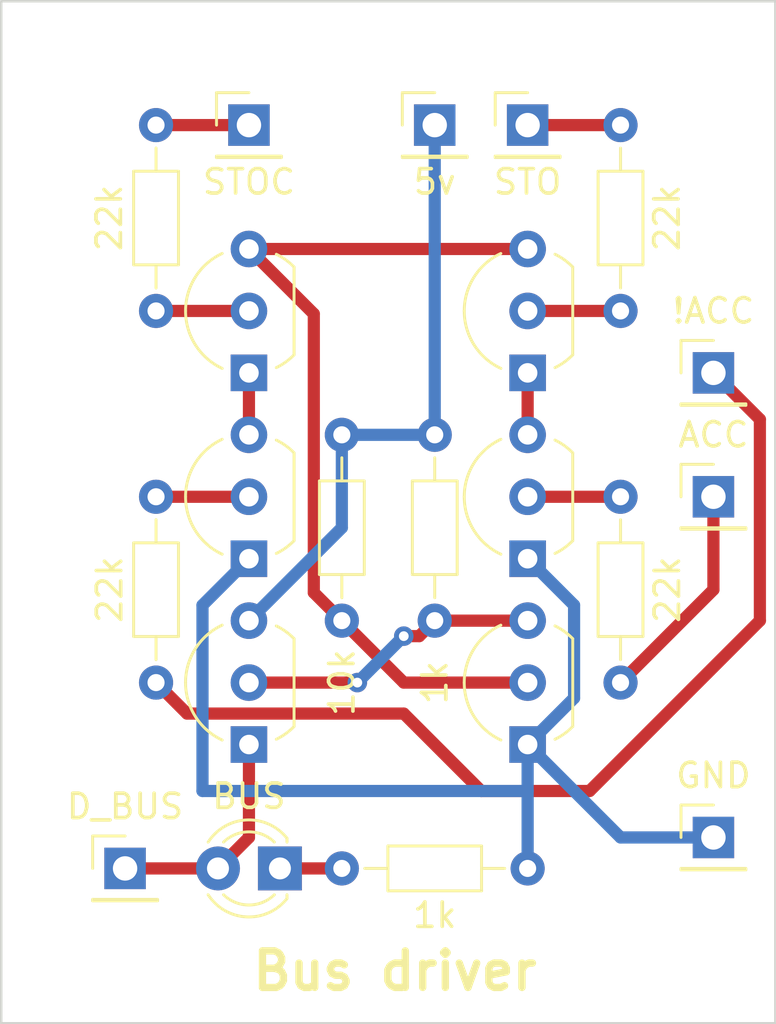
<source format=kicad_pcb>
(kicad_pcb (version 20221018) (generator pcbnew)
  (layers (0 "F.Cu" signal) (31 "B.Cu" signal) (34 "B.Paste" user) (35 "F.Paste" user) (36 "B.SilkS" user "B.Silkscreen") (37 "F.SilkS" user "F.Silkscreen") (38 "B.Mask" user) (39 "F.Mask" user) (44 "Edge.Cuts" user))
  (net 0 "")
  (net 1 "Net-(D1-K)")
  (net 2 "/BUS")
  (net 3 "Net-(J2-Pin_1)")
  (net 4 "Net-(J3-Pin_1)")
  (net 5 "Net-(J4-Pin_1)")
  (net 6 "Net-(J5-Pin_1)")
  (net 7 "/PULL UP")
  (net 8 "+5V")
  (net 9 "GND")
  (net 10 "/PULL_UP_BAR")
  (net 11 "Net-(Q3-B)")
  (net 12 "Net-(Q3-C)")
  (net 13 "Net-(Q4-B)")
  (net 14 "Net-(Q5-E)")
  (net 15 "Net-(Q5-B)")
  (net 16 "Net-(Q6-B)")
  (footprint "Connector_PinHeader_2.54mm:PinHeader_1x01_P2.54mm_Vertical" (layer "F.Cu") (at 162.56 110.49)
    (fp_text reference "J2")
    (fp_text value "ACC" (at 0 -2.54) (layer "F.SilkS"))
    (fp_line (start -1.33 -1.33) (end 0 -1.33) (stroke (width 0.12)) (layer "F.SilkS"))
    (fp_line (start -1.33 0) (end -1.33 -1.33) (stroke (width 0.12)) (layer "F.SilkS"))
    (fp_line (start -1.33 1.27) (end -1.33 1.33) (stroke (width 0.12)) (layer "F.SilkS"))
    (fp_line (start -1.33 1.27) (end 1.33 1.27) (stroke (width 0.12)) (layer "F.SilkS"))
    (fp_line (start -1.33 1.33) (end 1.33 1.33) (stroke (width 0.12)) (layer "F.SilkS"))
    (fp_line (start 1.33 1.27) (end 1.33 1.33) (stroke (width 0.12)) (layer "F.SilkS"))
    (pad "1" thru_hole rect (at 0 0) (size 1.7 1.7) (drill 1) (layers "*.Cu" "*.Mask") (net 3 "Net-(J2-Pin_1)"))
  )
  (footprint "Connector_PinHeader_2.54mm:PinHeader_1x01_P2.54mm_Vertical" (layer "F.Cu") (at 162.56 124.46)
    (fp_text reference "J7")
    (fp_text value "GND" (at 0 -2.54) (layer "F.SilkS"))
    (fp_line (start -1.33 -1.33) (end 0 -1.33) (stroke (width 0.12)) (layer "F.SilkS"))
    (fp_line (start -1.33 0) (end -1.33 -1.33) (stroke (width 0.12)) (layer "F.SilkS"))
    (fp_line (start -1.33 1.27) (end -1.33 1.33) (stroke (width 0.12)) (layer "F.SilkS"))
    (fp_line (start -1.33 1.27) (end 1.33 1.27) (stroke (width 0.12)) (layer "F.SilkS"))
    (fp_line (start -1.33 1.33) (end 1.33 1.33) (stroke (width 0.12)) (layer "F.SilkS"))
    (fp_line (start 1.33 1.27) (end 1.33 1.33) (stroke (width 0.12)) (layer "F.SilkS"))
    (pad "1" thru_hole rect (at 0 0) (size 1.7 1.7) (drill 1) (layers "*.Cu" "*.Mask") (net 9 "GND"))
  )
  (footprint "Resistor_THT:R_Axial_DIN0204_L3.6mm_D1.6mm_P7.62mm_Horizontal" (layer "F.Cu") (at 158.75 95.25 -90)
    (fp_text reference "R4")
    (fp_text value "22k" (at 3.81 -1.905 90) (layer "F.SilkS"))
    (fp_line (start 0.94 0) (end 1.89 0) (stroke (width 0.12)) (layer "F.SilkS"))
    (fp_line (start 1.89 -0.92) (end 1.89 0.92) (stroke (width 0.12)) (layer "F.SilkS"))
    (fp_line (start 1.89 0.92) (end 5.73 0.92) (stroke (width 0.12)) (layer "F.SilkS"))
    (fp_line (start 5.73 -0.92) (end 1.89 -0.92) (stroke (width 0.12)) (layer "F.SilkS"))
    (fp_line (start 5.73 0.92) (end 5.73 -0.92) (stroke (width 0.12)) (layer "F.SilkS"))
    (fp_line (start 6.68 0) (end 5.73 0) (stroke (width 0.12)) (layer "F.SilkS"))
    (pad "1" thru_hole circle (at 0 0 270) (size 1.4 1.4) (drill 0.7) (layers "*.Cu" "*.Mask") (net 4 "Net-(J3-Pin_1)"))
    (pad "2" thru_hole oval (at 7.62 0 270) (size 1.4 1.4) (drill 0.7) (layers "*.Cu" "*.Mask") (net 13 "Net-(Q4-B)"))
  )
  (footprint "Resistor_THT:R_Axial_DIN0204_L3.6mm_D1.6mm_P7.62mm_Horizontal" (layer "F.Cu") (at 151.13 107.95 -90)
    (fp_text reference "R2")
    (fp_text value "1k" (at 10.16 0 90) (layer "F.SilkS"))
    (fp_line (start 0.94 0) (end 1.89 0) (stroke (width 0.12)) (layer "F.SilkS"))
    (fp_line (start 1.89 -0.92) (end 1.89 0.92) (stroke (width 0.12)) (layer "F.SilkS"))
    (fp_line (start 1.89 0.92) (end 5.73 0.92) (stroke (width 0.12)) (layer "F.SilkS"))
    (fp_line (start 5.73 -0.92) (end 1.89 -0.92) (stroke (width 0.12)) (layer "F.SilkS"))
    (fp_line (start 5.73 0.92) (end 5.73 -0.92) (stroke (width 0.12)) (layer "F.SilkS"))
    (fp_line (start 6.68 0) (end 5.73 0) (stroke (width 0.12)) (layer "F.SilkS"))
    (pad "1" thru_hole circle (at 0 0 270) (size 1.4 1.4) (drill 0.7) (layers "*.Cu" "*.Mask") (net 8 "+5V"))
    (pad "2" thru_hole oval (at 7.62 0 270) (size 1.4 1.4) (drill 0.7) (layers "*.Cu" "*.Mask") (net 7 "/PULL UP"))
  )
  (footprint "Connector_PinHeader_2.54mm:PinHeader_1x01_P2.54mm_Vertical" (layer "F.Cu") (at 138.43 125.73)
    (fp_text reference "J1")
    (fp_text value "D_BUS" (at 0 -2.54) (layer "F.SilkS"))
    (fp_line (start -1.33 -1.33) (end 0 -1.33) (stroke (width 0.12)) (layer "F.SilkS"))
    (fp_line (start -1.33 0) (end -1.33 -1.33) (stroke (width 0.12)) (layer "F.SilkS"))
    (fp_line (start -1.33 1.27) (end -1.33 1.33) (stroke (width 0.12)) (layer "F.SilkS"))
    (fp_line (start -1.33 1.27) (end 1.33 1.27) (stroke (width 0.12)) (layer "F.SilkS"))
    (fp_line (start -1.33 1.33) (end 1.33 1.33) (stroke (width 0.12)) (layer "F.SilkS"))
    (fp_line (start 1.33 1.27) (end 1.33 1.33) (stroke (width 0.12)) (layer "F.SilkS"))
    (pad "1" thru_hole rect (at 0 0) (size 1.7 1.7) (drill 1) (layers "*.Cu" "*.Mask") (net 2 "/BUS"))
  )
  (footprint "Package_TO_SOT_THT:TO-92_Inline_Wide" (layer "F.Cu") (at 143.51 105.41 90)
    (fp_text reference "Q5")
    (fp_text value "2N3904")
    (fp_line (start 0.74 1.85) (end 4.34 1.85) (stroke (width 0.12)) (layer "F.SilkS"))
    (fp_arc (start 0.1836 -1.098807) (mid 1.143021 -2.192817) (end 2.54 -2.6) (stroke (width 0.12)) (layer "F.SilkS"))
    (fp_arc (start 0.74 1.85) (mid 0.446097 1.509328) (end 0.215816 1.122795) (stroke (width 0.12)) (layer "F.SilkS"))
    (fp_arc (start 2.54 -2.6) (mid 3.936979 -2.192818) (end 4.8964 -1.098807) (stroke (width 0.12)) (layer "F.SilkS"))
    (fp_arc (start 4.864184 1.122795) (mid 4.633903 1.509328) (end 4.34 1.85) (stroke (width 0.12)) (layer "F.SilkS"))
    (pad "1" thru_hole rect (at 0 0 90) (size 1.5 1.5) (drill 0.8) (layers "*.Cu" "*.Mask") (net 14 "Net-(Q5-E)"))
    (pad "2" thru_hole circle (at 2.54 0 90) (size 1.5 1.5) (drill 0.8) (layers "*.Cu" "*.Mask") (net 15 "Net-(Q5-B)"))
    (pad "3" thru_hole circle (at 5.08 0 90) (size 1.5 1.5) (drill 0.8) (layers "*.Cu" "*.Mask") (net 10 "/PULL_UP_BAR"))
  )
  (footprint "LED_THT:LED_D3.0mm" (layer "F.Cu") (at 144.78 125.73 180)
    (fp_text reference "D1")
    (fp_text value "BUS" (at 1.27 2.96) (layer "F.SilkS"))
    (fp_line (start -0.29 -1.236) (end -0.29 -1.08) (stroke (width 0.12)) (layer "F.SilkS"))
    (fp_line (start -0.29 1.08) (end -0.29 1.236) (stroke (width 0.12)) (layer "F.SilkS"))
    (fp_arc (start -0.29 -1.235516) (mid 1.366487 -1.987659) (end 2.942335 -1.078608) (stroke (width 0.12)) (layer "F.SilkS"))
    (fp_arc (start 0.229039 -1.08) (mid 1.270117 -1.5) (end 2.31113 -1.079837) (stroke (width 0.12)) (layer "F.SilkS"))
    (fp_arc (start 2.31113 1.079837) (mid 1.270117 1.5) (end 0.229039 1.08) (stroke (width 0.12)) (layer "F.SilkS"))
    (fp_arc (start 2.942335 1.078608) (mid 1.366487 1.987659) (end -0.29 1.235516) (stroke (width 0.12)) (layer "F.SilkS"))
    (pad "1" thru_hole rect (at 0 0 180) (size 1.8 1.8) (drill 0.9) (layers "*.Cu" "*.Mask") (net 1 "Net-(D1-K)"))
    (pad "2" thru_hole circle (at 2.54 0 180) (size 1.8 1.8) (drill 0.9) (layers "*.Cu" "*.Mask") (net 2 "/BUS"))
  )
  (footprint "Connector_PinHeader_2.54mm:PinHeader_1x01_P2.54mm_Vertical" (layer "F.Cu") (at 143.51 95.25)
    (fp_text reference "J4")
    (fp_text value "STOC" (at 0 2.33) (layer "F.SilkS"))
    (fp_line (start -1.33 -1.33) (end 0 -1.33) (stroke (width 0.12)) (layer "F.SilkS"))
    (fp_line (start -1.33 0) (end -1.33 -1.33) (stroke (width 0.12)) (layer "F.SilkS"))
    (fp_line (start -1.33 1.27) (end -1.33 1.33) (stroke (width 0.12)) (layer "F.SilkS"))
    (fp_line (start -1.33 1.27) (end 1.33 1.27) (stroke (width 0.12)) (layer "F.SilkS"))
    (fp_line (start -1.33 1.33) (end 1.33 1.33) (stroke (width 0.12)) (layer "F.SilkS"))
    (fp_line (start 1.33 1.27) (end 1.33 1.33) (stroke (width 0.12)) (layer "F.SilkS"))
    (pad "1" thru_hole rect (at 0 0) (size 1.7 1.7) (drill 1) (layers "*.Cu" "*.Mask") (net 5 "Net-(J4-Pin_1)"))
  )
  (footprint "Package_TO_SOT_THT:TO-92_Inline_Wide" (layer "F.Cu") (at 143.51 120.65 90)
    (fp_text reference "Q1")
    (fp_text value "2N3904")
    (fp_line (start 0.74 1.85) (end 4.34 1.85) (stroke (width 0.12)) (layer "F.SilkS"))
    (fp_arc (start 0.1836 -1.098807) (mid 1.143021 -2.192817) (end 2.54 -2.6) (stroke (width 0.12)) (layer "F.SilkS"))
    (fp_arc (start 0.74 1.85) (mid 0.446097 1.509328) (end 0.215816 1.122795) (stroke (width 0.12)) (layer "F.SilkS"))
    (fp_arc (start 2.54 -2.6) (mid 3.936979 -2.192818) (end 4.8964 -1.098807) (stroke (width 0.12)) (layer "F.SilkS"))
    (fp_arc (start 4.864184 1.122795) (mid 4.633903 1.509328) (end 4.34 1.85) (stroke (width 0.12)) (layer "F.SilkS"))
    (pad "1" thru_hole rect (at 0 0 90) (size 1.5 1.5) (drill 0.8) (layers "*.Cu" "*.Mask") (net 2 "/BUS"))
    (pad "2" thru_hole circle (at 2.54 0 90) (size 1.5 1.5) (drill 0.8) (layers "*.Cu" "*.Mask") (net 7 "/PULL UP"))
    (pad "3" thru_hole circle (at 5.08 0 90) (size 1.5 1.5) (drill 0.8) (layers "*.Cu" "*.Mask") (net 8 "+5V"))
  )
  (footprint "MountingHole:MountingHole_2.1mm" (layer "F.Cu") (at 135.89 92.71)
    (fp_text reference "REF**" hide)
    (fp_text value "MountingHole_2.1mm" hide)
    (pad "" np_thru_hole circle (at 0 0) (size 2.1 2.1) (drill 2.1) (layers "F&B.Cu" "*.Mask"))
  )
  (footprint "Resistor_THT:R_Axial_DIN0204_L3.6mm_D1.6mm_P7.62mm_Horizontal" (layer "F.Cu") (at 147.32 107.95 -90)
    (fp_text reference "R3")
    (fp_text value "10k" (at 10.16 0 90) (layer "F.SilkS"))
    (fp_line (start 0.94 0) (end 1.89 0) (stroke (width 0.12)) (layer "F.SilkS"))
    (fp_line (start 1.89 -0.92) (end 1.89 0.92) (stroke (width 0.12)) (layer "F.SilkS"))
    (fp_line (start 1.89 0.92) (end 5.73 0.92) (stroke (width 0.12)) (layer "F.SilkS"))
    (fp_line (start 5.73 -0.92) (end 1.89 -0.92) (stroke (width 0.12)) (layer "F.SilkS"))
    (fp_line (start 5.73 0.92) (end 5.73 -0.92) (stroke (width 0.12)) (layer "F.SilkS"))
    (fp_line (start 6.68 0) (end 5.73 0) (stroke (width 0.12)) (layer "F.SilkS"))
    (pad "1" thru_hole circle (at 0 0 270) (size 1.4 1.4) (drill 0.7) (layers "*.Cu" "*.Mask") (net 8 "+5V"))
    (pad "2" thru_hole oval (at 7.62 0 270) (size 1.4 1.4) (drill 0.7) (layers "*.Cu" "*.Mask") (net 10 "/PULL_UP_BAR"))
  )
  (footprint "Resistor_THT:R_Axial_DIN0204_L3.6mm_D1.6mm_P7.62mm_Horizontal" (layer "F.Cu") (at 139.7 95.25 -90)
    (fp_text reference "R6")
    (fp_text value "22k" (at 3.81 1.92 90) (layer "F.SilkS"))
    (fp_line (start 0.94 0) (end 1.89 0) (stroke (width 0.12)) (layer "F.SilkS"))
    (fp_line (start 1.89 -0.92) (end 1.89 0.92) (stroke (width 0.12)) (layer "F.SilkS"))
    (fp_line (start 1.89 0.92) (end 5.73 0.92) (stroke (width 0.12)) (layer "F.SilkS"))
    (fp_line (start 5.73 -0.92) (end 1.89 -0.92) (stroke (width 0.12)) (layer "F.SilkS"))
    (fp_line (start 5.73 0.92) (end 5.73 -0.92) (stroke (width 0.12)) (layer "F.SilkS"))
    (fp_line (start 6.68 0) (end 5.73 0) (stroke (width 0.12)) (layer "F.SilkS"))
    (pad "1" thru_hole circle (at 0 0 270) (size 1.4 1.4) (drill 0.7) (layers "*.Cu" "*.Mask") (net 5 "Net-(J4-Pin_1)"))
    (pad "2" thru_hole oval (at 7.62 0 270) (size 1.4 1.4) (drill 0.7) (layers "*.Cu" "*.Mask") (net 15 "Net-(Q5-B)"))
  )
  (footprint "MountingHole:MountingHole_2.1mm" (layer "F.Cu") (at 135.89 129.54)
    (fp_text reference "REF**" hide)
    (fp_text value "MountingHole_2.1mm" hide)
    (pad "" np_thru_hole circle (at 0 0) (size 2.1 2.1) (drill 2.1) (layers "F&B.Cu" "*.Mask"))
  )
  (footprint "Resistor_THT:R_Axial_DIN0204_L3.6mm_D1.6mm_P7.62mm_Horizontal" (layer "F.Cu") (at 139.7 118.11 90)
    (fp_text reference "R7")
    (fp_text value "22k" (at 3.81 -1.905 90) (layer "F.SilkS"))
    (fp_line (start 0.94 0) (end 1.89 0) (stroke (width 0.12)) (layer "F.SilkS"))
    (fp_line (start 1.89 -0.92) (end 1.89 0.92) (stroke (width 0.12)) (layer "F.SilkS"))
    (fp_line (start 1.89 0.92) (end 5.73 0.92) (stroke (width 0.12)) (layer "F.SilkS"))
    (fp_line (start 5.73 -0.92) (end 1.89 -0.92) (stroke (width 0.12)) (layer "F.SilkS"))
    (fp_line (start 5.73 0.92) (end 5.73 -0.92) (stroke (width 0.12)) (layer "F.SilkS"))
    (fp_line (start 6.68 0) (end 5.73 0) (stroke (width 0.12)) (layer "F.SilkS"))
    (pad "1" thru_hole circle (at 0 0 90) (size 1.4 1.4) (drill 0.7) (layers "*.Cu" "*.Mask") (net 6 "Net-(J5-Pin_1)"))
    (pad "2" thru_hole oval (at 7.62 0 90) (size 1.4 1.4) (drill 0.7) (layers "*.Cu" "*.Mask") (net 16 "Net-(Q6-B)"))
  )
  (footprint "Connector_PinHeader_2.54mm:PinHeader_1x01_P2.54mm_Vertical" (layer "F.Cu") (at 154.94 95.25)
    (fp_text reference "J3")
    (fp_text value "STO" (at 0 2.33) (layer "F.SilkS"))
    (fp_line (start -1.33 -1.33) (end 0 -1.33) (stroke (width 0.12)) (layer "F.SilkS"))
    (fp_line (start -1.33 0) (end -1.33 -1.33) (stroke (width 0.12)) (layer "F.SilkS"))
    (fp_line (start -1.33 1.27) (end -1.33 1.33) (stroke (width 0.12)) (layer "F.SilkS"))
    (fp_line (start -1.33 1.27) (end 1.33 1.27) (stroke (width 0.12)) (layer "F.SilkS"))
    (fp_line (start -1.33 1.33) (end 1.33 1.33) (stroke (width 0.12)) (layer "F.SilkS"))
    (fp_line (start 1.33 1.27) (end 1.33 1.33) (stroke (width 0.12)) (layer "F.SilkS"))
    (pad "1" thru_hole rect (at 0 0) (size 1.7 1.7) (drill 1) (layers "*.Cu" "*.Mask") (net 4 "Net-(J3-Pin_1)"))
  )
  (footprint "Resistor_THT:R_Axial_DIN0204_L3.6mm_D1.6mm_P7.62mm_Horizontal" (layer "F.Cu") (at 158.75 118.11 90)
    (fp_text reference "R5")
    (fp_text value "22k" (at 3.81 1.92 90) (layer "F.SilkS"))
    (fp_line (start 0.94 0) (end 1.89 0) (stroke (width 0.12)) (layer "F.SilkS"))
    (fp_line (start 1.89 -0.92) (end 1.89 0.92) (stroke (width 0.12)) (layer "F.SilkS"))
    (fp_line (start 1.89 0.92) (end 5.73 0.92) (stroke (width 0.12)) (layer "F.SilkS"))
    (fp_line (start 5.73 -0.92) (end 1.89 -0.92) (stroke (width 0.12)) (layer "F.SilkS"))
    (fp_line (start 5.73 0.92) (end 5.73 -0.92) (stroke (width 0.12)) (layer "F.SilkS"))
    (fp_line (start 6.68 0) (end 5.73 0) (stroke (width 0.12)) (layer "F.SilkS"))
    (pad "1" thru_hole circle (at 0 0 90) (size 1.4 1.4) (drill 0.7) (layers "*.Cu" "*.Mask") (net 3 "Net-(J2-Pin_1)"))
    (pad "2" thru_hole oval (at 7.62 0 90) (size 1.4 1.4) (drill 0.7) (layers "*.Cu" "*.Mask") (net 11 "Net-(Q3-B)"))
  )
  (footprint "Package_TO_SOT_THT:TO-92_Inline_Wide" (layer "F.Cu") (at 154.94 105.41 90)
    (fp_text reference "Q4")
    (fp_text value "2N3904")
    (fp_line (start 0.74 1.85) (end 4.34 1.85) (stroke (width 0.12)) (layer "F.SilkS"))
    (fp_arc (start 0.1836 -1.098807) (mid 1.143021 -2.192817) (end 2.54 -2.6) (stroke (width 0.12)) (layer "F.SilkS"))
    (fp_arc (start 0.74 1.85) (mid 0.446097 1.509328) (end 0.215816 1.122795) (stroke (width 0.12)) (layer "F.SilkS"))
    (fp_arc (start 2.54 -2.6) (mid 3.936979 -2.192818) (end 4.8964 -1.098807) (stroke (width 0.12)) (layer "F.SilkS"))
    (fp_arc (start 4.864184 1.122795) (mid 4.633903 1.509328) (end 4.34 1.85) (stroke (width 0.12)) (layer "F.SilkS"))
    (pad "1" thru_hole rect (at 0 0 90) (size 1.5 1.5) (drill 0.8) (layers "*.Cu" "*.Mask") (net 12 "Net-(Q3-C)"))
    (pad "2" thru_hole circle (at 2.54 0 90) (size 1.5 1.5) (drill 0.8) (layers "*.Cu" "*.Mask") (net 13 "Net-(Q4-B)"))
    (pad "3" thru_hole circle (at 5.08 0 90) (size 1.5 1.5) (drill 0.8) (layers "*.Cu" "*.Mask") (net 10 "/PULL_UP_BAR"))
  )
  (footprint "Resistor_THT:R_Axial_DIN0204_L3.6mm_D1.6mm_P7.62mm_Horizontal" (layer "F.Cu") (at 147.32 125.73)
    (fp_text reference "R1")
    (fp_text value "1k" (at 3.81 1.92) (layer "F.SilkS"))
    (fp_line (start 0.94 0) (end 1.89 0) (stroke (width 0.12)) (layer "F.SilkS"))
    (fp_line (start 1.89 -0.92) (end 1.89 0.92) (stroke (width 0.12)) (layer "F.SilkS"))
    (fp_line (start 1.89 0.92) (end 5.73 0.92) (stroke (width 0.12)) (layer "F.SilkS"))
    (fp_line (start 5.73 -0.92) (end 1.89 -0.92) (stroke (width 0.12)) (layer "F.SilkS"))
    (fp_line (start 5.73 0.92) (end 5.73 -0.92) (stroke (width 0.12)) (layer "F.SilkS"))
    (fp_line (start 6.68 0) (end 5.73 0) (stroke (width 0.12)) (layer "F.SilkS"))
    (pad "1" thru_hole circle (at 0 0) (size 1.4 1.4) (drill 0.7) (layers "*.Cu" "*.Mask") (net 1 "Net-(D1-K)"))
    (pad "2" thru_hole oval (at 7.62 0) (size 1.4 1.4) (drill 0.7) (layers "*.Cu" "*.Mask") (net 9 "GND"))
  )
  (footprint "Connector_PinHeader_2.54mm:PinHeader_1x01_P2.54mm_Vertical" (layer "F.Cu") (at 162.56 105.41)
    (fp_text reference "J5")
    (fp_text value "!ACC" (at 0 -2.54) (layer "F.SilkS"))
    (fp_line (start -1.33 -1.33) (end 0 -1.33) (stroke (width 0.12)) (layer "F.SilkS"))
    (fp_line (start -1.33 0) (end -1.33 -1.33) (stroke (width 0.12)) (layer "F.SilkS"))
    (fp_line (start -1.33 1.27) (end -1.33 1.33) (stroke (width 0.12)) (layer "F.SilkS"))
    (fp_line (start -1.33 1.27) (end 1.33 1.27) (stroke (width 0.12)) (layer "F.SilkS"))
    (fp_line (start -1.33 1.33) (end 1.33 1.33) (stroke (width 0.12)) (layer "F.SilkS"))
    (fp_line (start 1.33 1.27) (end 1.33 1.33) (stroke (width 0.12)) (layer "F.SilkS"))
    (pad "1" thru_hole rect (at 0 0) (size 1.7 1.7) (drill 1) (layers "*.Cu" "*.Mask") (net 6 "Net-(J5-Pin_1)"))
  )
  (footprint "Package_TO_SOT_THT:TO-92_Inline_Wide" (layer "F.Cu") (at 143.51 113.03 90)
    (fp_text reference "Q6")
    (fp_text value "2N3904")
    (fp_line (start 0.74 1.85) (end 4.34 1.85) (stroke (width 0.12)) (layer "F.SilkS"))
    (fp_arc (start 0.1836 -1.098807) (mid 1.143021 -2.192817) (end 2.54 -2.6) (stroke (width 0.12)) (layer "F.SilkS"))
    (fp_arc (start 0.74 1.85) (mid 0.446097 1.509328) (end 0.215816 1.122795) (stroke (width 0.12)) (layer "F.SilkS"))
    (fp_arc (start 2.54 -2.6) (mid 3.936979 -2.192818) (end 4.8964 -1.098807) (stroke (width 0.12)) (layer "F.SilkS"))
    (fp_arc (start 4.864184 1.122795) (mid 4.633903 1.509328) (end 4.34 1.85) (stroke (width 0.12)) (layer "F.SilkS"))
    (pad "1" thru_hole rect (at 0 0 90) (size 1.5 1.5) (drill 0.8) (layers "*.Cu" "*.Mask") (net 9 "GND"))
    (pad "2" thru_hole circle (at 2.54 0 90) (size 1.5 1.5) (drill 0.8) (layers "*.Cu" "*.Mask") (net 16 "Net-(Q6-B)"))
    (pad "3" thru_hole circle (at 5.08 0 90) (size 1.5 1.5) (drill 0.8) (layers "*.Cu" "*.Mask") (net 14 "Net-(Q5-E)"))
  )
  (footprint "Package_TO_SOT_THT:TO-92_Inline_Wide" (layer "F.Cu") (at 154.94 113.03 90)
    (fp_text reference "Q3")
    (fp_text value "2N3904")
    (fp_line (start 0.74 1.85) (end 4.34 1.85) (stroke (width 0.12)) (layer "F.SilkS"))
    (fp_arc (start 0.1836 -1.098807) (mid 1.143021 -2.192817) (end 2.54 -2.6) (stroke (width 0.12)) (layer "F.SilkS"))
    (fp_arc (start 0.74 1.85) (mid 0.446097 1.509328) (end 0.215816 1.122795) (stroke (width 0.12)) (layer "F.SilkS"))
    (fp_arc (start 2.54 -2.6) (mid 3.936979 -2.192818) (end 4.8964 -1.098807) (stroke (width 0.12)) (layer "F.SilkS"))
    (fp_arc (start 4.864184 1.122795) (mid 4.633903 1.509328) (end 4.34 1.85) (stroke (width 0.12)) (layer "F.SilkS"))
    (pad "1" thru_hole rect (at 0 0 90) (size 1.5 1.5) (drill 0.8) (layers "*.Cu" "*.Mask") (net 9 "GND"))
    (pad "2" thru_hole circle (at 2.54 0 90) (size 1.5 1.5) (drill 0.8) (layers "*.Cu" "*.Mask") (net 11 "Net-(Q3-B)"))
    (pad "3" thru_hole circle (at 5.08 0 90) (size 1.5 1.5) (drill 0.8) (layers "*.Cu" "*.Mask") (net 12 "Net-(Q3-C)"))
  )
  (footprint "MountingHole:MountingHole_2.1mm" (layer "F.Cu") (at 162.56 129.54)
    (fp_text reference "REF**" hide)
    (fp_text value "MountingHole_2.1mm" hide)
    (pad "" np_thru_hole circle (at 0 0) (size 2.1 2.1) (drill 2.1) (layers "*.Cu" "*.Mask"))
  )
  (footprint "Connector_PinHeader_2.54mm:PinHeader_1x01_P2.54mm_Vertical" (layer "F.Cu") (at 151.13 95.25)
    (fp_text reference "J6")
    (fp_text value "5v" (at 0 2.33) (layer "F.SilkS"))
    (fp_line (start -1.33 -1.33) (end 0 -1.33) (stroke (width 0.12)) (layer "F.SilkS"))
    (fp_line (start -1.33 0) (end -1.33 -1.33) (stroke (width 0.12)) (layer "F.SilkS"))
    (fp_line (start -1.33 1.27) (end -1.33 1.33) (stroke (width 0.12)) (layer "F.SilkS"))
    (fp_line (start -1.33 1.27) (end 1.33 1.27) (stroke (width 0.12)) (layer "F.SilkS"))
    (fp_line (start -1.33 1.33) (end 1.33 1.33) (stroke (width 0.12)) (layer "F.SilkS"))
    (fp_line (start 1.33 1.27) (end 1.33 1.33) (stroke (width 0.12)) (layer "F.SilkS"))
    (pad "1" thru_hole rect (at 0 0) (size 1.7 1.7) (drill 1) (layers "*.Cu" "*.Mask") (net 8 "+5V"))
  )
  (footprint "MountingHole:MountingHole_2.1mm" (layer "F.Cu") (at 162.56 92.71)
    (fp_text reference "REF**" hide)
    (fp_text value "MountingHole_2.1mm" hide)
    (pad "" np_thru_hole circle (at 0 0) (size 2.1 2.1) (drill 2.1) (layers "F&B.Cu" "*.Mask"))
  )
  (footprint "Package_TO_SOT_THT:TO-92_Inline_Wide" (layer "F.Cu") (at 154.94 120.65 90)
    (fp_text reference "Q2")
    (fp_text value "2N3904")
    (fp_line (start 0.74 1.85) (end 4.34 1.85) (stroke (width 0.12)) (layer "F.SilkS"))
    (fp_arc (start 0.1836 -1.098807) (mid 1.143021 -2.192817) (end 2.54 -2.6) (stroke (width 0.12)) (layer "F.SilkS"))
    (fp_arc (start 0.74 1.85) (mid 0.446097 1.509328) (end 0.215816 1.122795) (stroke (width 0.12)) (layer "F.SilkS"))
    (fp_arc (start 2.54 -2.6) (mid 3.936979 -2.192818) (end 4.8964 -1.098807) (stroke (width 0.12)) (layer "F.SilkS"))
    (fp_arc (start 4.864184 1.122795) (mid 4.633903 1.509328) (end 4.34 1.85) (stroke (width 0.12)) (layer "F.SilkS"))
    (pad "1" thru_hole rect (at 0 0 90) (size 1.5 1.5) (drill 0.8) (layers "*.Cu" "*.Mask") (net 9 "GND"))
    (pad "2" thru_hole circle (at 2.54 0 90) (size 1.5 1.5) (drill 0.8) (layers "*.Cu" "*.Mask") (net 10 "/PULL_UP_BAR"))
    (pad "3" thru_hole circle (at 5.08 0 90) (size 1.5 1.5) (drill 0.8) (layers "*.Cu" "*.Mask") (net 7 "/PULL UP"))
  )
  (gr_rect (start 133.35 90.17) (end 165.1 132.08) (stroke (width 0.1)) (fill none) (layer "Edge.Cuts"))
  (gr_text "Bus driver" (at 143.51 130.81) (layer "F.SilkS") (effects (font (size 1.5 1.5) (thickness 0.3) bold) (justify left bottom)))
  (segment (start 147.32 125.73) (end 144.78 125.73) (width 0.5) (layer "F.Cu") (net 1))
  (segment (start 143.51 120.65) (end 143.51 124.46) (width 0.5) (layer "F.Cu") (net 2))
  (segment (start 143.51 124.46) (end 142.24 125.73) (width 0.5) (layer "F.Cu") (net 2))
  (segment (start 142.24 125.73) (end 138.43 125.73) (width 0.5) (layer "F.Cu") (net 2))
  (segment (start 162.56 114.3) (end 162.56 110.49) (width 0.5) (layer "F.Cu") (net 3))
  (segment (start 158.75 118.11) (end 162.56 114.3) (width 0.5) (layer "F.Cu") (net 3))
  (segment (start 154.94 95.25) (end 158.75 95.25) (width 0.5) (layer "F.Cu") (net 4))
  (segment (start 143.51 95.25) (end 139.7 95.25) (width 0.5) (layer "F.Cu") (net 5))
  (segment (start 164.465 107.315) (end 162.56 105.41) (width 0.5) (layer "F.Cu") (net 6))
  (segment (start 157.48 122.555) (end 164.465 115.57) (width 0.5) (layer "F.Cu") (net 6))
  (segment (start 149.86 119.38) (end 153.035 122.555) (width 0.5) (layer "F.Cu") (net 6))
  (segment (start 139.7 118.11) (end 140.97 119.38) (width 0.5) (layer "F.Cu") (net 6))
  (segment (start 164.465 115.57) (end 164.465 107.315) (width 0.5) (layer "F.Cu") (net 6))
  (segment (start 153.035 122.555) (end 157.48 122.555) (width 0.5) (layer "F.Cu") (net 6))
  (segment (start 140.97 119.38) (end 149.86 119.38) (width 0.5) (layer "F.Cu") (net 6))
  (segment (start 143.51 118.11) (end 147.955 118.11) (width 0.5) (layer "F.Cu") (net 7))
  (segment (start 150.495 116.205) (end 151.13 115.57) (width 0.5) (layer "F.Cu") (net 7))
  (segment (start 151.13 115.57) (end 154.94 115.57) (width 0.5) (layer "F.Cu") (net 7))
  (segment (start 149.86 116.205) (end 150.495 116.205) (width 0.5) (layer "F.Cu") (net 7))
  (via (at 149.86 116.205) (size 0.8) (drill 0.4) (layers "F.Cu" "B.Cu") (net 7))
  (via (at 147.955 118.11) (size 0.8) (drill 0.4) (layers "F.Cu" "B.Cu") (net 7))
  (segment (start 147.955 118.11) (end 149.86 116.205) (width 0.5) (layer "B.Cu") (net 7))
  (segment (start 147.32 111.76) (end 143.51 115.57) (width 0.5) (layer "B.Cu") (net 8))
  (segment (start 147.32 107.95) (end 147.32 111.76) (width 0.5) (layer "B.Cu") (net 8))
  (segment (start 151.13 107.95) (end 147.32 107.95) (width 0.5) (layer "B.Cu") (net 8))
  (segment (start 151.13 95.25) (end 151.13 107.95) (width 0.5) (layer "B.Cu") (net 8))
  (segment (start 156.845 114.935) (end 154.94 113.03) (width 0.5) (layer "B.Cu") (net 9))
  (segment (start 156.845 118.745) (end 156.845 114.935) (width 0.5) (layer "B.Cu") (net 9))
  (segment (start 154.94 120.65) (end 154.94 122.555) (width 0.5) (layer "B.Cu") (net 9))
  (segment (start 154.94 122.555) (end 141.605 122.555) (width 0.5) (layer "B.Cu") (net 9))
  (segment (start 162.56 124.46) (end 158.75 124.46) (width 0.5) (layer "B.Cu") (net 9))
  (segment (start 141.605 122.555) (end 141.605 114.935) (width 0.5) (layer "B.Cu") (net 9))
  (segment (start 141.605 114.935) (end 143.51 113.03) (width 0.5) (layer "B.Cu") (net 9))
  (segment (start 158.75 124.46) (end 154.94 120.65) (width 0.5) (layer "B.Cu") (net 9))
  (segment (start 154.94 122.555) (end 154.94 125.73) (width 0.5) (layer "B.Cu") (net 9))
  (segment (start 154.94 120.65) (end 156.845 118.745) (width 0.5) (layer "B.Cu") (net 9))
  (segment (start 147.32 115.57) (end 149.86 118.11) (width 0.5) (layer "F.Cu") (net 10))
  (segment (start 146.17 102.99) (end 146.17 114.42) (width 0.5) (layer "F.Cu") (net 10))
  (segment (start 146.17 114.42) (end 147.32 115.57) (width 0.5) (layer "F.Cu") (net 10))
  (segment (start 143.51 100.33) (end 154.94 100.33) (width 0.5) (layer "F.Cu") (net 10))
  (segment (start 143.51 100.33) (end 146.17 102.99) (width 0.5) (layer "F.Cu") (net 10))
  (segment (start 149.86 118.11) (end 154.94 118.11) (width 0.5) (layer "F.Cu") (net 10))
  (segment (start 154.94 110.49) (end 158.75 110.49) (width 0.5) (layer "F.Cu") (net 11))
  (segment (start 154.94 105.41) (end 154.94 107.95) (width 0.5) (layer "F.Cu") (net 12))
  (segment (start 158.75 102.87) (end 154.94 102.87) (width 0.5) (layer "F.Cu") (net 13))
  (segment (start 143.51 107.95) (end 143.51 105.41) (width 0.5) (layer "F.Cu") (net 14))
  (segment (start 143.51 102.87) (end 139.7 102.87) (width 0.5) (layer "F.Cu") (net 15))
  (segment (start 139.7 110.49) (end 143.51 110.49) (width 0.5) (layer "F.Cu") (net 16))
)
</source>
